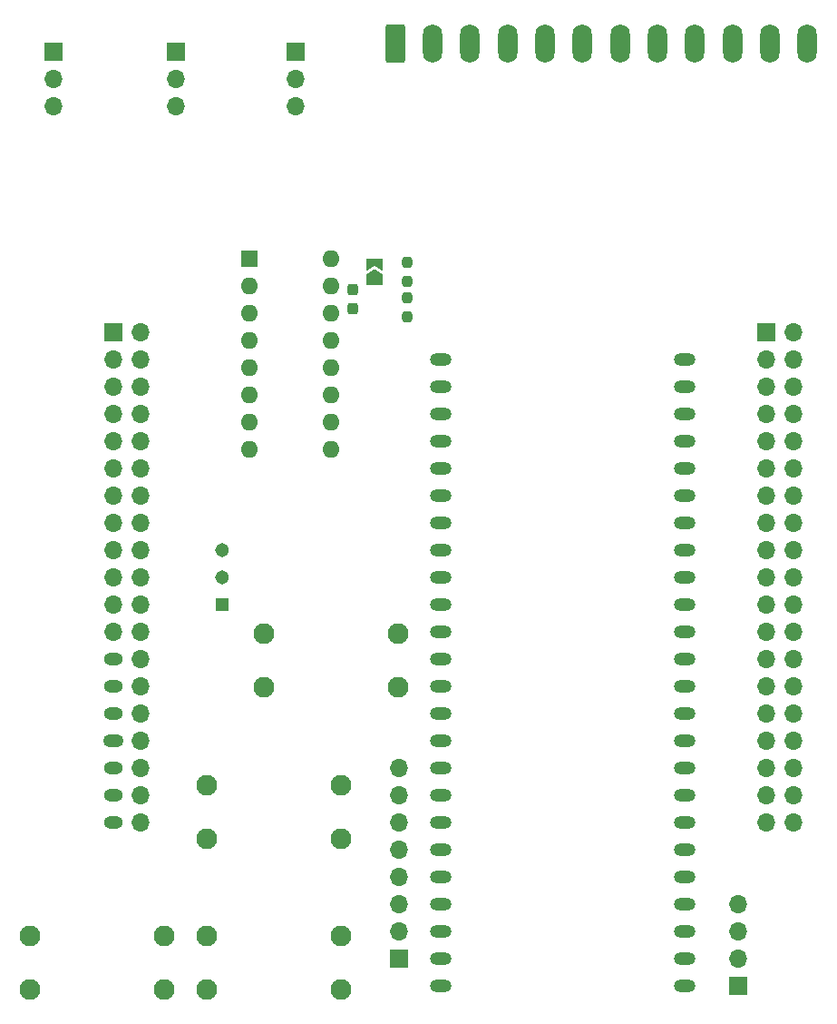
<source format=gbr>
%TF.GenerationSoftware,KiCad,Pcbnew,7.0.2*%
%TF.CreationDate,2023-09-09T02:35:42+09:00*%
%TF.ProjectId,tangnano9k_brushless_driver,74616e67-6e61-46e6-9f39-6b5f62727573,rev?*%
%TF.SameCoordinates,Original*%
%TF.FileFunction,Soldermask,Top*%
%TF.FilePolarity,Negative*%
%FSLAX46Y46*%
G04 Gerber Fmt 4.6, Leading zero omitted, Abs format (unit mm)*
G04 Created by KiCad (PCBNEW 7.0.2) date 2023-09-09 02:35:42*
%MOMM*%
%LPD*%
G01*
G04 APERTURE LIST*
G04 Aperture macros list*
%AMRoundRect*
0 Rectangle with rounded corners*
0 $1 Rounding radius*
0 $2 $3 $4 $5 $6 $7 $8 $9 X,Y pos of 4 corners*
0 Add a 4 corners polygon primitive as box body*
4,1,4,$2,$3,$4,$5,$6,$7,$8,$9,$2,$3,0*
0 Add four circle primitives for the rounded corners*
1,1,$1+$1,$2,$3*
1,1,$1+$1,$4,$5*
1,1,$1+$1,$6,$7*
1,1,$1+$1,$8,$9*
0 Add four rect primitives between the rounded corners*
20,1,$1+$1,$2,$3,$4,$5,0*
20,1,$1+$1,$4,$5,$6,$7,0*
20,1,$1+$1,$6,$7,$8,$9,0*
20,1,$1+$1,$8,$9,$2,$3,0*%
%AMFreePoly0*
4,1,6,1.000000,0.000000,0.500000,-0.750000,-0.500000,-0.750000,-0.500000,0.750000,0.500000,0.750000,1.000000,0.000000,1.000000,0.000000,$1*%
%AMFreePoly1*
4,1,6,0.500000,-0.750000,-0.650000,-0.750000,-0.150000,0.000000,-0.650000,0.750000,0.500000,0.750000,0.500000,-0.750000,0.500000,-0.750000,$1*%
G04 Aperture macros list end*
%ADD10R,1.305000X1.305000*%
%ADD11C,1.305000*%
%ADD12R,1.700000X1.700000*%
%ADD13O,1.700000X1.700000*%
%ADD14C,1.950000*%
%ADD15RoundRect,0.237500X-0.237500X0.300000X-0.237500X-0.300000X0.237500X-0.300000X0.237500X0.300000X0*%
%ADD16RoundRect,0.237500X-0.237500X0.250000X-0.237500X-0.250000X0.237500X-0.250000X0.237500X0.250000X0*%
%ADD17O,2.000000X1.200000*%
%ADD18O,1.800000X1.200000*%
%ADD19O,1.900000X1.200000*%
%ADD20R,1.600000X1.600000*%
%ADD21O,1.600000X1.600000*%
%ADD22FreePoly0,90.000000*%
%ADD23FreePoly1,90.000000*%
%ADD24RoundRect,0.250000X-0.650000X-1.550000X0.650000X-1.550000X0.650000X1.550000X-0.650000X1.550000X0*%
%ADD25O,1.800000X3.600000*%
G04 APERTURE END LIST*
D10*
%TO.C,PS1*%
X139700000Y-112268000D03*
D11*
X139700000Y-109728000D03*
X139700000Y-107188000D03*
%TD*%
D12*
%TO.C,SW3*%
X123952000Y-60706000D03*
D13*
X123952000Y-63246000D03*
X123952000Y-65786000D03*
%TD*%
D14*
%TO.C,S4*%
X143610000Y-114975000D03*
X156110000Y-114975000D03*
X143610000Y-119975000D03*
X156110000Y-119975000D03*
%TD*%
%TO.C,S3*%
X138249000Y-129159000D03*
X150749000Y-129159000D03*
X138249000Y-134159000D03*
X150749000Y-134159000D03*
%TD*%
%TO.C,S2*%
X134266000Y-148169000D03*
X121766000Y-148169000D03*
X134266000Y-143169000D03*
X121766000Y-143169000D03*
%TD*%
%TO.C,S1*%
X138276000Y-143169000D03*
X150776000Y-143169000D03*
X138276000Y-148169000D03*
X150776000Y-148169000D03*
%TD*%
D15*
%TO.C,C1*%
X151892000Y-82957500D03*
X151892000Y-84682500D03*
%TD*%
D16*
%TO.C,R1*%
X156972000Y-80367500D03*
X156972000Y-82192500D03*
%TD*%
D17*
%TO.C,U1*%
X182880000Y-147828000D03*
X182880000Y-145288000D03*
X182880000Y-142748000D03*
X182880000Y-140208000D03*
X182880000Y-137668000D03*
X182880000Y-135128000D03*
X182880000Y-132588000D03*
X182880000Y-130048000D03*
X182880000Y-127508000D03*
X182880000Y-124968000D03*
X182880000Y-122428000D03*
X182880000Y-119888000D03*
X182880000Y-117348000D03*
X182880000Y-114808000D03*
X182880000Y-112268000D03*
X182880000Y-109728000D03*
X182880000Y-107188000D03*
X182880000Y-104648000D03*
X182880000Y-102108000D03*
X182880000Y-99568000D03*
X182880000Y-97028000D03*
X182880000Y-94488000D03*
X182880000Y-91948000D03*
X182880000Y-89408000D03*
X160063100Y-89408000D03*
X160063100Y-91948000D03*
X160063100Y-94488000D03*
X160063100Y-97028000D03*
X160063100Y-99568000D03*
X160063100Y-102108000D03*
X160063100Y-104648000D03*
X160063100Y-107188000D03*
X160063100Y-109728000D03*
X160063100Y-112268000D03*
X160063100Y-114808000D03*
X160063100Y-117348000D03*
X160063100Y-119888000D03*
X160063100Y-122428000D03*
X160063100Y-124968000D03*
X160063100Y-127508000D03*
X160063100Y-130048000D03*
X160063100Y-132588000D03*
X160063100Y-135128000D03*
X160063100Y-137668000D03*
X160063100Y-140208000D03*
X160063100Y-142748000D03*
X160063100Y-145288000D03*
X160063100Y-147828000D03*
%TD*%
D12*
%TO.C,J2*%
X156210000Y-145288000D03*
D13*
X156210000Y-142748000D03*
X156210000Y-140208000D03*
X156210000Y-137668000D03*
X156210000Y-135128000D03*
X156210000Y-132588000D03*
X156210000Y-130048000D03*
X156210000Y-127508000D03*
%TD*%
D12*
%TO.C,SW1*%
X146558000Y-60706000D03*
D13*
X146558000Y-63246000D03*
X146558000Y-65786000D03*
%TD*%
D12*
%TO.C,SW2*%
X135382000Y-60706000D03*
D13*
X135382000Y-63246000D03*
X135382000Y-65786000D03*
%TD*%
D12*
%TO.C,J1*%
X129540000Y-86868000D03*
D13*
X132080000Y-86868000D03*
X129540000Y-89408000D03*
X132080000Y-89408000D03*
X129540000Y-91948000D03*
X132080000Y-91948000D03*
X129540000Y-94488000D03*
X132080000Y-94488000D03*
X129540000Y-97028000D03*
X132080000Y-97028000D03*
X129540000Y-99568000D03*
X132080000Y-99568000D03*
X129540000Y-102108000D03*
X132080000Y-102108000D03*
X129540000Y-104648000D03*
X132080000Y-104648000D03*
X129540000Y-107188000D03*
X132080000Y-107188000D03*
X129540000Y-109728000D03*
X132080000Y-109728000D03*
X129540000Y-112268000D03*
X132080000Y-112268000D03*
X129540000Y-114808000D03*
X132080000Y-114808000D03*
D18*
X129540000Y-117348000D03*
D13*
X132080000Y-117348000D03*
D18*
X129540000Y-119888000D03*
D13*
X132080000Y-119888000D03*
D18*
X129540000Y-122428000D03*
D13*
X132080000Y-122428000D03*
D19*
X129540000Y-124968000D03*
D13*
X132080000Y-124968000D03*
D18*
X129540000Y-127508000D03*
D13*
X132080000Y-127508000D03*
D18*
X129540000Y-130048000D03*
D13*
X132080000Y-130048000D03*
D18*
X129540000Y-132588000D03*
D13*
X132080000Y-132588000D03*
D12*
X190500000Y-86868000D03*
D13*
X193040000Y-86868000D03*
X190500000Y-89408000D03*
X193040000Y-89408000D03*
X190500000Y-91948000D03*
X193040000Y-91948000D03*
X190500000Y-94488000D03*
X193040000Y-94488000D03*
X190500000Y-97028000D03*
X193040000Y-97028000D03*
X190500000Y-99568000D03*
X193040000Y-99568000D03*
X190500000Y-102108000D03*
X193040000Y-102108000D03*
X190500000Y-104648000D03*
X193040000Y-104648000D03*
X190500000Y-107188000D03*
X193040000Y-107188000D03*
X190500000Y-109728000D03*
X193040000Y-109728000D03*
X190500000Y-112268000D03*
X193040000Y-112268000D03*
X190500000Y-114808000D03*
X193040000Y-114808000D03*
X190500000Y-117348000D03*
X193040000Y-117348000D03*
X190500000Y-119888000D03*
X193040000Y-119888000D03*
X190500000Y-122428000D03*
X193040000Y-122428000D03*
X190500000Y-124968000D03*
X193040000Y-124968000D03*
X190500000Y-127508000D03*
X193040000Y-127508000D03*
X190500000Y-130048000D03*
X193040000Y-130048000D03*
X190500000Y-132588000D03*
X193040000Y-132588000D03*
%TD*%
D20*
%TO.C,U2*%
X142240000Y-80010000D03*
D21*
X142240000Y-82550000D03*
X142240000Y-85090000D03*
X142240000Y-87630000D03*
X142240000Y-90170000D03*
X142240000Y-92710000D03*
X142240000Y-95250000D03*
X142240000Y-97790000D03*
X149860000Y-97790000D03*
X149860000Y-95250000D03*
X149860000Y-92710000D03*
X149860000Y-90170000D03*
X149860000Y-87630000D03*
X149860000Y-85090000D03*
X149860000Y-82550000D03*
X149860000Y-80010000D03*
%TD*%
D22*
%TO.C,JP1*%
X153924000Y-82005000D03*
D23*
X153924000Y-80555000D03*
%TD*%
D16*
%TO.C,R2*%
X156972000Y-83669500D03*
X156972000Y-85494500D03*
%TD*%
D12*
%TO.C,J3*%
X187833000Y-147828000D03*
D13*
X187833000Y-145288000D03*
X187833000Y-142748000D03*
X187833000Y-140208000D03*
%TD*%
D24*
%TO.C,U3*%
X155810000Y-59944000D03*
D25*
X159310000Y-59944000D03*
X162810000Y-59944000D03*
X166310000Y-59944000D03*
X169810000Y-59944000D03*
X173310000Y-59944000D03*
X176810000Y-59944000D03*
X180310000Y-59944000D03*
X183810000Y-59944000D03*
X187310000Y-59944000D03*
X190810000Y-59944000D03*
X194310000Y-59944000D03*
%TD*%
M02*

</source>
